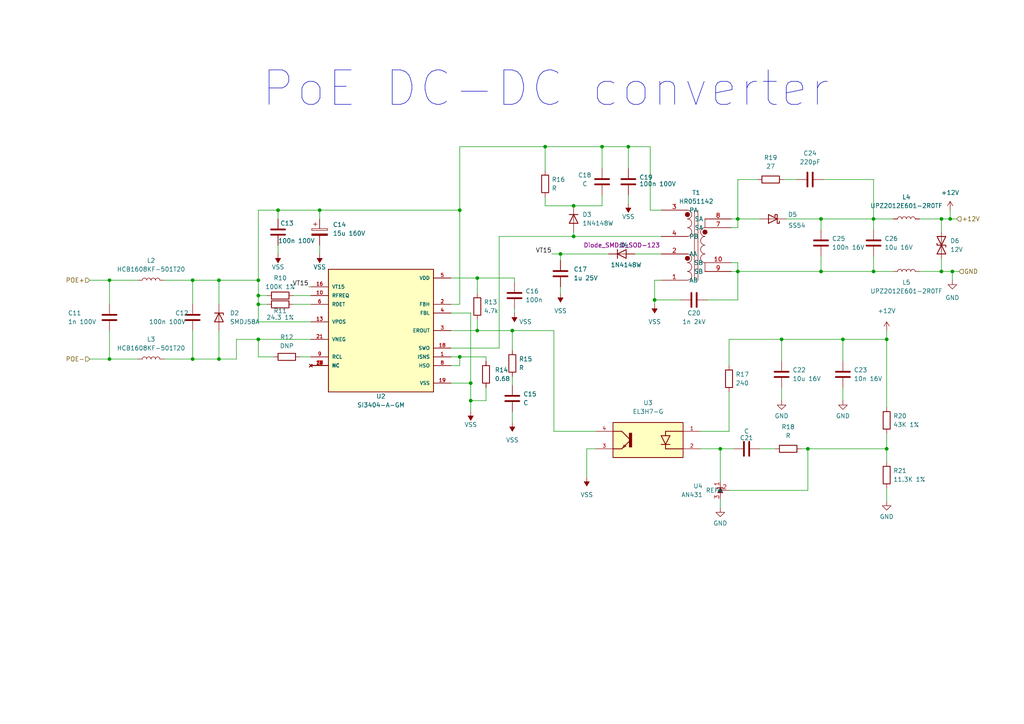
<source format=kicad_sch>
(kicad_sch (version 20211123) (generator eeschema)
  (paper "A4")
  (lib_symbols
    (symbol "AN431:AN431"
      (property "Reference" "U" (at 0 -3.81 0))
      (property "Value" "AN431" (at 0 -6.35 0))
      (symbol "AN431_0_1"
        (polyline (pts (xy -1.27 0) (xy 0 0) (xy 1.27 0)))
        (polyline (pts (xy -0.762 0.762) (xy 0.762 0) (xy -0.762 -0.762)) (fill (type outline)))
        (polyline (pts (xy 0.508 -1.016) (xy 0.762 -0.762) (xy 0.762 0.762) (xy 0.762 0.762)) (stroke (width 0.254)))
      )
      (symbol "AN431_1_1"
        (pin passive line (at 2.54 0 180) (length 1.27) (name "K") (number "1"))
        (pin passive line (at 0 2.54 270) (length 2.54) (name "REF") (number "2"))
        (pin passive line (at -2.54 0 0) (length 1.27) (name "A") (number "3"))
      )
    )
    (symbol "Device:C" (pin_numbers hide) (pin_names (offset 0.254))
      (property "Reference" "C" (at 0.635 2.54 0))
      (property "Value" "C" (at 0.635 -2.54 0))
      (symbol "C_0_1"
        (polyline (pts (xy -2.032 -0.762) (xy 2.032 -0.762)) (stroke (width 0.508)))
        (polyline (pts (xy -2.032 0.762) (xy 2.032 0.762)) (stroke (width 0.508)))
      )
      (symbol "C_1_1"
        (pin passive line (at 0 3.81 270) (length 2.794) (name "~") (number "1"))
        (pin passive line (at 0 -3.81 90) (length 2.794) (name "~") (number "2"))
      )
    )
    (symbol "Device:C_Polarized" (pin_numbers hide) (pin_names (offset 0.254))
      (property "Reference" "C" (at 0.635 2.54 0))
      (property "Value" "C_Polarized" (at 0.635 -2.54 0))
      (symbol "C_Polarized_0_1"
        (rectangle (start -2.286 0.508) (end 2.286 1.016))
        (polyline (pts (xy -1.778 2.286) (xy -0.762 2.286)))
        (polyline (pts (xy -1.27 2.794) (xy -1.27 1.778)))
        (rectangle (start 2.286 -0.508) (end -2.286 -1.016) (fill (type outline)))
      )
      (symbol "C_Polarized_1_1"
        (pin passive line (at 0 3.81 270) (length 2.794) (name "~") (number "1"))
        (pin passive line (at 0 -3.81 90) (length 2.794) (name "~") (number "2"))
      )
    )
    (symbol "Device:D" (pin_numbers hide) (pin_names (offset 1.016) hide)
      (property "Reference" "D" (at 0 2.54 0))
      (property "Value" "D" (at 0 -2.54 0))
      (symbol "D_0_1"
        (polyline (pts (xy -1.27 1.27) (xy -1.27 -1.27)) (stroke (width 0.254)))
        (polyline (pts (xy 1.27 0) (xy -1.27 0)))
        (polyline (pts (xy 1.27 1.27) (xy 1.27 -1.27) (xy -1.27 0) (xy 1.27 1.27)) (stroke (width 0.254)))
      )
      (symbol "D_1_1"
        (pin passive line (at -3.81 0 0) (length 2.54) (name "K") (number "1"))
        (pin passive line (at 3.81 0 180) (length 2.54) (name "A") (number "2"))
      )
    )
    (symbol "Device:D_Schottky" (pin_numbers hide) (pin_names (offset 1.016) hide)
      (property "Reference" "D" (at 0 2.54 0))
      (property "Value" "D_Schottky" (at 0 -2.54 0))
      (symbol "D_Schottky_0_1"
        (polyline (pts (xy 1.27 0) (xy -1.27 0)))
        (polyline (pts (xy 1.27 1.27) (xy 1.27 -1.27) (xy -1.27 0) (xy 1.27 1.27)) (stroke (width 0.254)))
        (polyline (pts (xy -1.905 0.635) (xy -1.905 1.27) (xy -1.27 1.27) (xy -1.27 -1.27) (xy -0.635 -1.27) (xy -0.635 -0.635)) (stroke (width 0.254)))
      )
      (symbol "D_Schottky_1_1"
        (pin passive line (at -3.81 0 0) (length 2.54) (name "K") (number "1"))
        (pin passive line (at 3.81 0 180) (length 2.54) (name "A") (number "2"))
      )
    )
    (symbol "Device:D_TVS" (pin_numbers hide) (pin_names (offset 1.016) hide)
      (property "Reference" "D" (at 0 2.54 0))
      (property "Value" "D_TVS" (at 0 -2.54 0))
      (symbol "D_TVS_0_1"
        (polyline (pts (xy 1.27 0) (xy -1.27 0)))
        (polyline (pts (xy 0.508 1.27) (xy 0 1.27) (xy 0 -1.27) (xy -0.508 -1.27)) (stroke (width 0.254)))
        (polyline (pts (xy -2.54 1.27) (xy -2.54 -1.27) (xy 2.54 1.27) (xy 2.54 -1.27) (xy -2.54 1.27)) (stroke (width 0.254)))
      )
      (symbol "D_TVS_1_1"
        (pin passive line (at -3.81 0 0) (length 2.54) (name "A1") (number "1"))
        (pin passive line (at 3.81 0 180) (length 2.54) (name "A2") (number "2"))
      )
    )
    (symbol "Device:D_Zener" (pin_numbers hide) (pin_names (offset 1.016) hide)
      (property "Reference" "D" (at 0 2.54 0))
      (property "Value" "D_Zener" (at 0 -2.54 0))
      (symbol "D_Zener_0_1"
        (polyline (pts (xy 1.27 0) (xy -1.27 0)))
        (polyline (pts (xy -1.27 -1.27) (xy -1.27 1.27) (xy -0.762 1.27)) (stroke (width 0.254)))
        (polyline (pts (xy 1.27 -1.27) (xy 1.27 1.27) (xy -1.27 0) (xy 1.27 -1.27)) (stroke (width 0.254)))
      )
      (symbol "D_Zener_1_1"
        (pin passive line (at -3.81 0 0) (length 2.54) (name "K") (number "1"))
        (pin passive line (at 3.81 0 180) (length 2.54) (name "A") (number "2"))
      )
    )
    (symbol "Device:L" (pin_numbers hide) (pin_names (offset 1.016) hide)
      (property "Reference" "L" (at -1.27 0 90))
      (property "Value" "L" (at 1.905 0 90))
      (symbol "L_0_1"
        (arc (start 0 -2.54) (mid 0.635 -1.905) (end 0 -1.27))
        (arc (start 0 -1.27) (mid 0.635 -0.635) (end 0 0))
        (arc (start 0 0) (mid 0.635 0.635) (end 0 1.27))
        (arc (start 0 1.27) (mid 0.635 1.905) (end 0 2.54))
      )
      (symbol "L_1_1"
        (pin passive line (at 0 3.81 270) (length 1.27) (name "1") (number "1"))
        (pin passive line (at 0 -3.81 90) (length 1.27) (name "2") (number "2"))
      )
    )
    (symbol "Device:R" (pin_numbers hide) (pin_names (offset 0))
      (property "Reference" "R" (at 2.032 0 90))
      (property "Value" "R" (at 0 0 90))
      (symbol "R_0_1"
        (rectangle (start -1.016 -2.54) (end 1.016 2.54) (stroke (width 0.254)))
      )
      (symbol "R_1_1"
        (pin passive line (at 0 3.81 270) (length 1.27) (name "~") (number "1"))
        (pin passive line (at 0 -3.81 90) (length 1.27) (name "~") (number "2"))
      )
    )
    (symbol "EL3H7-G:EL3H7-G" (pin_names (offset 1.016) hide)
      (property "Reference" "U" (at -10.16 5.588 0))
      (property "Value" "EL3H7-G" (at -10.16 -7.62 0))
      (symbol "EL3H7-G_0_0"
        (rectangle (start -10.16 -5.08) (end 10.16 5.08) (stroke (width 0.254)) (fill (type background)))
        (polyline (pts (xy -10.16 -2.54) (xy -5.08 -2.54)) (stroke (width 0.254)))
        (polyline (pts (xy -10.16 2.54) (xy -5.08 2.54)) (stroke (width 0.254)))
        (polyline (pts (xy -6.35 -1.27) (xy -5.08 -1.27)) (stroke (width 0.254)))
        (polyline (pts (xy -6.35 1.27) (xy -5.08 -1.27)) (stroke (width 0.254)))
        (polyline (pts (xy -6.35 1.27) (xy -5.08 1.27)) (stroke (width 0.254)))
        (polyline (pts (xy -5.08 -1.27) (xy -5.08 -2.54)) (stroke (width 0.254)))
        (polyline (pts (xy -5.08 -1.27) (xy -3.81 -1.27)) (stroke (width 0.254)))
        (polyline (pts (xy -5.08 -1.27) (xy -3.81 1.27)) (stroke (width 0.254)))
        (polyline (pts (xy -5.08 1.27) (xy -5.08 2.54)) (stroke (width 0.254)))
        (polyline (pts (xy -5.08 1.27) (xy -3.81 1.27)) (stroke (width 0.254)))
        (polyline (pts (xy 5.08 0) (xy 7.62 -2.54)) (stroke (width 0.254)))
        (polyline (pts (xy 7.62 -2.54) (xy 10.16 -2.54)) (stroke (width 0.254)))
        (polyline (pts (xy 7.62 2.54) (xy 5.08 0)) (stroke (width 0.254)))
        (polyline (pts (xy 7.62 2.54) (xy 10.16 2.54)) (stroke (width 0.254)))
        (polyline (pts (xy 6.985 -1.397) (xy 7.366 -2.286) (xy 6.35 -1.778) (xy 6.985 -1.397)) (stroke (width 0.1524)) (fill (type background)))
        (rectangle (start 4.699 -2.032) (end 5.461 2.032) (fill (type outline)))
        (pin passive line (at -15.24 2.54 0) (length 5.08) (name "~") (number "1"))
        (pin passive line (at -15.24 -2.54 0) (length 5.08) (name "~") (number "2"))
        (pin passive line (at 15.24 -2.54 180) (length 5.08) (name "~") (number "3"))
        (pin passive line (at 15.24 2.54 180) (length 5.08) (name "~") (number "4"))
      )
    )
    (symbol "HR051142:HR051142"
      (property "Reference" "T" (at 0 12.7 0))
      (property "Value" "HR051142" (at 0 -13.97 0))
      (symbol "HR051142_0_1"
        (arc (start -2.54 -10.1346) (mid -1.6599 -9.7701) (end -1.2954 -8.89))
        (arc (start -2.54 -7.5946) (mid -1.6599 -7.2301) (end -1.2954 -6.35))
        (arc (start -2.54 -5.0546) (mid -1.6599 -4.6901) (end -1.2954 -3.81))
        (circle (center -2.54 -3.81) (radius 0.635) (fill (type outline)))
        (arc (start -2.54 2.5654) (mid -1.6599 2.9299) (end -1.2954 3.81))
        (arc (start -2.54 5.1054) (mid -1.6599 5.4699) (end -1.2954 6.35))
        (arc (start -2.54 7.6454) (mid -1.6599 8.0099) (end -1.2954 8.89))
        (circle (center -2.54 8.89) (radius 0.635) (fill (type outline)))
        (arc (start -1.2954 -8.89) (mid -1.6457 -7.9883) (end -2.54 -7.62))
        (arc (start -1.2954 -6.35) (mid -1.6457 -5.4483) (end -2.54 -5.08))
        (arc (start -1.2954 -3.81) (mid -1.6457 -2.9083) (end -2.54 -2.54))
        (arc (start -1.2954 3.81) (mid -1.6457 4.7117) (end -2.54 5.08))
        (arc (start -1.2954 6.35) (mid -1.6457 7.2517) (end -2.54 7.62))
        (arc (start -1.2954 8.89) (mid -1.6457 9.7917) (end -2.54 10.16))
        (polyline (pts (xy -0.508 10.16) (xy -0.508 -10.16)))
        (polyline (pts (xy 0.508 -10.16) (xy 0.508 10.16)))
        (polyline (pts (xy 2.54 -7.62) (xy 2.54 -5.08)))
        (polyline (pts (xy 2.54 5.08) (xy 2.54 7.62)))
        (arc (start 1.27 -3.81) (mid 1.656 -4.6864) (end 2.54 -5.0546))
        (arc (start 1.27 -1.27) (mid 1.656 -2.1464) (end 2.54 -2.5146))
        (arc (start 1.27 1.27) (mid 1.656 0.3936) (end 2.54 0.0254))
        (arc (start 1.27 3.81) (mid 1.656 2.9336) (end 2.54 2.5654))
        (arc (start 2.54 -2.54) (mid 1.642 -2.912) (end 1.27 -3.81))
        (arc (start 2.54 0) (mid 1.642 -0.372) (end 1.27 -1.27))
        (arc (start 2.54 2.54) (mid 1.642 2.168) (end 1.27 1.27))
        (circle (center 2.54 3.81) (radius 0.635) (fill (type outline)))
        (arc (start 2.54 5.08) (mid 1.642 4.708) (end 1.27 3.81))
      )
      (symbol "HR051142_1_1"
        (pin passive line (at -10.16 -10.16 0) (length 7.62) (name "AB") (number "1"))
        (pin passive line (at 10.16 -5.08 180) (length 7.62) (name "SB") (number "10"))
        (pin passive line (at -10.16 -2.54 0) (length 7.62) (name "AA") (number "2"))
        (pin passive line (at -10.16 10.16 0) (length 7.62) (name "PA") (number "3"))
        (pin passive line (at -10.16 2.54 0) (length 7.62) (name "PB") (number "4"))
        (pin passive line (at 10.16 5.08 180) (length 7.62) (name "SA") (number "7"))
        (pin passive line (at 10.16 7.62 180) (length 7.62) (name "SA") (number "8"))
        (pin passive line (at 10.16 -7.62 180) (length 7.62) (name "SB") (number "9"))
      )
    )
    (symbol "SI3404-A-GM:SI3404-A-GM" (pin_names (offset 1.016))
      (property "Reference" "U" (at -15.24 18.542 0))
      (property "Value" "SI3404-A-GM" (at -15.24 -20.32 0))
      (symbol "SI3404-A-GM_0_0"
        (rectangle (start -15.24 -17.78) (end 15.24 17.78) (stroke (width 0.254)) (fill (type background)))
        (pin input line (at 20.32 -7.62 180) (length 5.08) (name "ISNS") (number "1"))
        (pin bidirectional line (at -20.32 10.16 0) (length 5.08) (name "RFREQ") (number "10"))
        (pin no_connect line (at -20.32 -10.16 0) (length 5.08) (name "NC") (number "11"))
        (pin no_connect line (at -20.32 -10.16 0) (length 5.08) (name "NC") (number "12"))
        (pin bidirectional line (at -20.32 2.54 0) (length 5.08) (name "VPOS") (number "13"))
        (pin no_connect line (at -20.32 -10.16 0) (length 5.08) (name "NC") (number "14"))
        (pin no_connect line (at -20.32 -10.16 0) (length 5.08) (name "NC") (number "15"))
        (pin input line (at -20.32 12.7 0) (length 5.08) (name "VT15") (number "16"))
        (pin no_connect line (at -20.32 -10.16 0) (length 5.08) (name "NC") (number "17"))
        (pin output line (at 20.32 -5.08 180) (length 5.08) (name "SWO") (number "18"))
        (pin power_in line (at 20.32 -15.24 180) (length 5.08) (name "VSS") (number "19"))
        (pin input line (at 20.32 7.62 180) (length 5.08) (name "FBH") (number "2"))
        (pin no_connect line (at -20.32 -10.16 0) (length 5.08) (name "NC") (number "20"))
        (pin bidirectional line (at -20.32 -2.54 0) (length 5.08) (name "VNEG") (number "21"))
        (pin bidirectional line (at 20.32 0 180) (length 5.08) (name "EROUT") (number "3"))
        (pin input line (at 20.32 5.08 180) (length 5.08) (name "FBL") (number "4"))
        (pin power_in line (at 20.32 15.24 180) (length 5.08) (name "VDD") (number "5"))
        (pin bidirectional line (at -20.32 7.62 0) (length 5.08) (name "RDET") (number "6"))
        (pin no_connect line (at -20.32 -10.16 0) (length 5.08) (name "NC") (number "7"))
        (pin bidirectional line (at 20.32 -10.16 180) (length 5.08) (name "HSO") (number "8"))
        (pin bidirectional line (at -20.32 -7.62 0) (length 5.08) (name "RCL") (number "9"))
      )
    )
    (symbol "power:+12V" (power) (pin_names (offset 0))
      (property "Value" "+12V" (at 0 3.556 0))
      (symbol "+12V_0_1"
        (polyline (pts (xy -0.762 1.27) (xy 0 2.54)))
        (polyline (pts (xy 0 0) (xy 0 2.54)))
        (polyline (pts (xy 0 2.54) (xy 0.762 1.27)))
      )
      (symbol "+12V_1_1"
        (pin power_in line (at 0 0 90) (length 0) hide (name "+12V") (number "1"))
      )
    )
    (symbol "power:GND" (power) (pin_names (offset 0))
      (property "Value" "GND" (at 0 -3.81 0))
      (symbol "GND_0_1"
        (polyline (pts (xy 0 0) (xy 0 -1.27) (xy 1.27 -1.27) (xy 0 -2.54) (xy -1.27 -1.27) (xy 0 -1.27)))
      )
      (symbol "GND_1_1"
        (pin power_in line (at 0 0 270) (length 0) hide (name "GND") (number "1"))
      )
    )
    (symbol "power:VSS" (power) (pin_names (offset 0))
      (property "Value" "VSS" (at 0 3.81 0))
      (symbol "VSS_0_1"
        (polyline (pts (xy 0 0) (xy 0 2.54)))
        (polyline (pts (xy 0.762 1.27) (xy -0.762 1.27) (xy 0 2.54) (xy 0.762 1.27)) (fill (type outline)))
      )
      (symbol "VSS_1_1"
        (pin power_in line (at 0 0 90) (length 0) hide (name "VSS") (number "1"))
      )
    )
  )
  (junction (at 92.71 60.96))
  (junction (at 133.35 60.96))
  (junction (at 31.75 104.14))
  (junction (at 213.995 63.5))
  (junction (at 133.35 103.505))
  (junction (at 74.93 85.725))
  (junction (at 80.645 60.96))
  (junction (at 74.93 81.28))
  (junction (at 253.365 78.74))
  (junction (at 166.37 59.69))
  (junction (at 138.43 95.885))
  (junction (at 213.995 78.74))
  (junction (at 276.225 78.74))
  (junction (at 275.59 63.5))
  (junction (at 74.93 88.265))
  (junction (at 31.75 81.28))
  (junction (at 238.125 78.74))
  (junction (at 189.865 86.995))
  (junction (at 158.115 42.545))
  (junction (at 166.37 68.58))
  (junction (at 138.43 80.645))
  (junction (at 273.05 63.5))
  (junction (at 244.475 98.425))
  (junction (at 234.315 130.175))
  (junction (at 63.5 104.14))
  (junction (at 162.56 73.66))
  (junction (at 257.175 98.425))
  (junction (at 253.365 63.5))
  (junction (at 136.525 111.125))
  (junction (at 208.915 130.175))
  (junction (at 136.525 116.205))
  (junction (at 238.125 63.5))
  (junction (at 174.625 42.545))
  (junction (at 257.175 130.175))
  (junction (at 63.5 81.28))
  (junction (at 55.88 104.14))
  (junction (at 74.93 98.425))
  (junction (at 182.245 42.545))
  (junction (at 226.695 98.425))
  (junction (at 148.59 95.885))
  (junction (at 55.88 81.28))
  (junction (at 273.05 78.74))
  (wire (pts (xy 188.595 42.545) (xy 188.595 60.96)))
  (wire (pts (xy 74.93 60.96) (xy 80.645 60.96)))
  (wire (pts (xy 182.245 42.545) (xy 188.595 42.545)))
  (wire (pts (xy 138.43 80.645) (xy 130.81 80.645)))
  (wire (pts (xy 92.71 71.12) (xy 92.71 73.66)))
  (wire (pts (xy 133.35 60.96) (xy 133.35 42.545)))
  (wire (pts (xy 89.535 83.185) (xy 90.17 83.185)))
  (wire (pts (xy 162.56 73.66) (xy 176.53 73.66)))
  (wire (pts (xy 275.59 63.5) (xy 277.495 63.5)))
  (wire (pts (xy 213.995 86.995) (xy 213.995 78.74)))
  (wire (pts (xy 244.475 98.425) (xy 257.175 98.425)))
  (wire (pts (xy 213.995 76.2) (xy 213.995 78.74)))
  (wire (pts (xy 238.125 63.5) (xy 253.365 63.5)))
  (wire (pts (xy 213.995 78.74) (xy 238.125 78.74)))
  (wire (pts (xy 174.625 42.545) (xy 174.625 48.895)))
  (wire (pts (xy 213.995 63.5) (xy 220.345 63.5)))
  (wire (pts (xy 80.645 60.96) (xy 92.71 60.96)))
  (wire (pts (xy 244.475 112.395) (xy 244.475 116.205)))
  (wire (pts (xy 31.75 81.28) (xy 40.005 81.28)))
  (wire (pts (xy 226.695 112.395) (xy 226.695 116.205)))
  (wire (pts (xy 138.43 80.645) (xy 149.225 80.645)))
  (wire (pts (xy 257.175 141.605) (xy 257.175 145.415)))
  (wire (pts (xy 266.7 63.5) (xy 273.05 63.5)))
  (wire (pts (xy 174.625 42.545) (xy 182.245 42.545)))
  (wire (pts (xy 273.05 63.5) (xy 273.05 67.31)))
  (wire (pts (xy 238.125 66.675) (xy 238.125 63.5)))
  (wire (pts (xy 148.59 95.885) (xy 148.59 101.6)))
  (wire (pts (xy 238.76 52.07) (xy 253.365 52.07)))
  (wire (pts (xy 92.71 60.96) (xy 92.71 63.5)))
  (wire (pts (xy 47.625 104.14) (xy 55.88 104.14)))
  (wire (pts (xy 136.525 90.805) (xy 130.81 90.805)))
  (wire (pts (xy 68.58 98.425) (xy 74.93 98.425)))
  (wire (pts (xy 68.58 104.14) (xy 68.58 98.425)))
  (wire (pts (xy 138.43 85.09) (xy 138.43 80.645)))
  (wire (pts (xy 138.43 95.885) (xy 148.59 95.885)))
  (wire (pts (xy 133.35 103.505) (xy 140.97 103.505)))
  (wire (pts (xy 160.655 125.095) (xy 160.655 95.885)))
  (wire (pts (xy 140.97 112.395) (xy 140.97 116.205)))
  (wire (pts (xy 136.525 116.205) (xy 136.525 111.125)))
  (wire (pts (xy 74.93 93.345) (xy 90.17 93.345)))
  (wire (pts (xy 213.995 52.07) (xy 219.71 52.07)))
  (wire (pts (xy 211.455 142.24) (xy 234.315 142.24)))
  (wire (pts (xy 253.365 63.5) (xy 253.365 66.675)))
  (wire (pts (xy 55.88 81.28) (xy 55.88 88.265)))
  (wire (pts (xy 189.865 86.995) (xy 189.865 81.28)))
  (wire (pts (xy 144.78 68.58) (xy 166.37 68.58)))
  (wire (pts (xy 166.37 59.69) (xy 158.115 59.69)))
  (wire (pts (xy 31.75 95.885) (xy 31.75 104.14)))
  (wire (pts (xy 203.2 130.175) (xy 208.915 130.175)))
  (wire (pts (xy 85.09 88.265) (xy 90.17 88.265)))
  (wire (pts (xy 170.18 138.43) (xy 170.18 130.175)))
  (wire (pts (xy 74.93 88.265) (xy 74.93 93.345)))
  (wire (pts (xy 226.695 98.425) (xy 244.475 98.425)))
  (wire (pts (xy 266.7 78.74) (xy 273.05 78.74)))
  (wire (pts (xy 133.35 42.545) (xy 158.115 42.545)))
  (wire (pts (xy 47.625 81.28) (xy 55.88 81.28)))
  (wire (pts (xy 133.35 103.505) (xy 130.81 103.505)))
  (wire (pts (xy 211.455 106.045) (xy 211.455 98.425)))
  (wire (pts (xy 55.88 81.28) (xy 63.5 81.28)))
  (wire (pts (xy 136.525 111.125) (xy 136.525 90.805)))
  (wire (pts (xy 74.93 103.505) (xy 74.93 98.425)))
  (wire (pts (xy 74.93 85.725) (xy 74.93 88.265)))
  (wire (pts (xy 140.97 116.205) (xy 136.525 116.205)))
  (wire (pts (xy 182.245 42.545) (xy 182.245 48.895)))
  (wire (pts (xy 205.105 86.995) (xy 213.995 86.995)))
  (wire (pts (xy 130.81 95.885) (xy 138.43 95.885)))
  (wire (pts (xy 158.115 42.545) (xy 174.625 42.545)))
  (wire (pts (xy 63.5 81.28) (xy 63.5 88.265)))
  (wire (pts (xy 166.37 59.69) (xy 174.625 59.69)))
  (wire (pts (xy 253.365 63.5) (xy 259.08 63.5)))
  (wire (pts (xy 148.59 119.38) (xy 148.59 122.555)))
  (wire (pts (xy 275.59 63.5) (xy 275.59 60.96)))
  (wire (pts (xy 220.345 130.175) (xy 224.79 130.175)))
  (wire (pts (xy 257.175 95.885) (xy 257.175 98.425)))
  (wire (pts (xy 234.315 142.24) (xy 234.315 130.175)))
  (wire (pts (xy 140.97 103.505) (xy 140.97 104.775)))
  (wire (pts (xy 170.18 130.175) (xy 172.72 130.175)))
  (wire (pts (xy 63.5 81.28) (xy 74.93 81.28)))
  (wire (pts (xy 234.315 130.175) (xy 257.175 130.175)))
  (wire (pts (xy 74.93 85.725) (xy 77.47 85.725)))
  (wire (pts (xy 138.43 92.71) (xy 138.43 95.885)))
  (wire (pts (xy 211.455 98.425) (xy 226.695 98.425)))
  (wire (pts (xy 133.35 60.96) (xy 133.35 88.265)))
  (wire (pts (xy 158.115 42.545) (xy 158.115 49.53)))
  (wire (pts (xy 80.645 60.96) (xy 80.645 63.5)))
  (wire (pts (xy 55.88 104.14) (xy 63.5 104.14)))
  (wire (pts (xy 273.05 63.5) (xy 275.59 63.5)))
  (wire (pts (xy 212.09 78.74) (xy 213.995 78.74)))
  (wire (pts (xy 253.365 74.295) (xy 253.365 78.74)))
  (wire (pts (xy 130.81 106.045) (xy 133.35 106.045)))
  (wire (pts (xy 26.035 104.14) (xy 31.75 104.14)))
  (wire (pts (xy 273.05 74.93) (xy 273.05 78.74)))
  (wire (pts (xy 276.225 78.74) (xy 276.225 81.28)))
  (wire (pts (xy 227.33 52.07) (xy 231.14 52.07)))
  (wire (pts (xy 253.365 78.74) (xy 259.08 78.74)))
  (wire (pts (xy 74.93 60.96) (xy 74.93 81.28)))
  (wire (pts (xy 212.09 76.2) (xy 213.995 76.2)))
  (wire (pts (xy 133.35 106.045) (xy 133.35 103.505)))
  (wire (pts (xy 257.175 98.425) (xy 257.175 118.11)))
  (wire (pts (xy 149.225 89.535) (xy 149.225 90.805)))
  (wire (pts (xy 276.225 78.74) (xy 278.13 78.74)))
  (wire (pts (xy 31.75 81.28) (xy 31.75 88.265)))
  (wire (pts (xy 160.02 73.66) (xy 162.56 73.66)))
  (wire (pts (xy 86.995 103.505) (xy 90.17 103.505)))
  (wire (pts (xy 189.865 88.265) (xy 189.865 86.995)))
  (wire (pts (xy 158.115 59.69) (xy 158.115 57.15)))
  (wire (pts (xy 188.595 60.96) (xy 191.77 60.96)))
  (wire (pts (xy 208.915 144.78) (xy 208.915 147.32)))
  (wire (pts (xy 130.81 100.965) (xy 144.78 100.965)))
  (wire (pts (xy 238.125 74.295) (xy 238.125 78.74)))
  (wire (pts (xy 63.5 95.885) (xy 63.5 104.14)))
  (wire (pts (xy 160.655 95.885) (xy 148.59 95.885)))
  (wire (pts (xy 212.09 63.5) (xy 213.995 63.5)))
  (wire (pts (xy 182.245 56.515) (xy 182.245 59.055)))
  (wire (pts (xy 213.995 63.5) (xy 213.995 52.07)))
  (wire (pts (xy 85.09 85.725) (xy 90.17 85.725)))
  (wire (pts (xy 257.175 130.175) (xy 257.175 125.73)))
  (wire (pts (xy 130.81 111.125) (xy 136.525 111.125)))
  (wire (pts (xy 184.15 73.66) (xy 191.77 73.66)))
  (wire (pts (xy 232.41 130.175) (xy 234.315 130.175)))
  (wire (pts (xy 55.88 95.885) (xy 55.88 104.14)))
  (wire (pts (xy 63.5 104.14) (xy 68.58 104.14)))
  (wire (pts (xy 238.125 63.5) (xy 227.965 63.5)))
  (wire (pts (xy 74.93 98.425) (xy 90.17 98.425)))
  (wire (pts (xy 130.81 88.265) (xy 133.35 88.265)))
  (wire (pts (xy 166.37 68.58) (xy 191.77 68.58)))
  (wire (pts (xy 92.71 60.96) (xy 133.35 60.96)))
  (wire (pts (xy 144.78 68.58) (xy 144.78 100.965)))
  (wire (pts (xy 257.175 130.175) (xy 257.175 133.985)))
  (wire (pts (xy 74.93 81.28) (xy 74.93 85.725)))
  (wire (pts (xy 273.05 78.74) (xy 276.225 78.74)))
  (wire (pts (xy 211.455 113.665) (xy 211.455 125.095)))
  (wire (pts (xy 31.75 104.14) (xy 40.005 104.14)))
  (wire (pts (xy 166.37 67.31) (xy 166.37 68.58)))
  (wire (pts (xy 208.915 130.175) (xy 212.725 130.175)))
  (wire (pts (xy 149.225 80.645) (xy 149.225 81.915)))
  (wire (pts (xy 213.995 66.04) (xy 213.995 63.5)))
  (wire (pts (xy 253.365 52.07) (xy 253.365 63.5)))
  (wire (pts (xy 136.525 119.38) (xy 136.525 116.205)))
  (wire (pts (xy 162.56 83.185) (xy 162.56 85.09)))
  (wire (pts (xy 189.865 86.995) (xy 197.485 86.995)))
  (wire (pts (xy 226.695 98.425) (xy 226.695 104.775)))
  (wire (pts (xy 189.865 81.28) (xy 191.77 81.28)))
  (wire (pts (xy 74.93 88.265) (xy 77.47 88.265)))
  (wire (pts (xy 212.09 66.04) (xy 213.995 66.04)))
  (wire (pts (xy 211.455 125.095) (xy 203.2 125.095)))
  (wire (pts (xy 244.475 98.425) (xy 244.475 104.775)))
  (wire (pts (xy 253.365 78.74) (xy 238.125 78.74)))
  (wire (pts (xy 148.59 109.22) (xy 148.59 111.76)))
  (wire (pts (xy 162.56 73.66) (xy 162.56 75.565)))
  (wire (pts (xy 174.625 59.69) (xy 174.625 56.515)))
  (wire (pts (xy 26.035 81.28) (xy 31.75 81.28)))
  (wire (pts (xy 208.915 139.7) (xy 208.915 130.175)))
  (wire (pts (xy 160.655 125.095) (xy 172.72 125.095)))
  (wire (pts (xy 79.375 103.505) (xy 74.93 103.505)))
  (wire (pts (xy 80.645 71.12) (xy 80.645 73.66)))
  (text "PoE DC-DC converter" (at 75.565 31.75 0) (effects (font (size 10 10)) (justify left bottom)))
  (label "VT15" (at 160.02 73.66 180))
  (label "VT15" (at 89.535 83.185 180))
  (hierarchical_label "+12V" (shape input) (at 277.495 63.5 0))
  (hierarchical_label "POE+" (shape input) (at 26.035 81.28 180))
  (hierarchical_label "POE-" (shape input) (at 26.035 104.14 180))
  (hierarchical_label "GND" (shape input) (at 278.13 78.74 0))
  (symbol (lib_id "Device:C") (at 253.365 70.485 0) (unit 1)
    (property "Reference" "C26" (at 256.54 69.2149 0) (effects (justify left)))
    (property "Value" "10u 16V" (at 256.54 71.7549 0) (effects (justify left)))
    (property "Footprint" "Capacitor_SMD:C_0603_1608Metric_Pad1.08x0.95mm_HandSolder" (effects hide))
    (property "LCSC" "C92487" (effects hide))
  )
  (symbol (lib_id "Device:C") (at 149.225 85.725 0) (unit 1)
    (property "Reference" "C16" (at 152.4 84.4549 0) (effects (justify left)))
    (property "Value" "100n" (at 152.4 86.9949 0) (effects (justify left)))
    (property "Footprint" "Capacitor_SMD:C_0603_1608Metric_Pad1.08x0.95mm_HandSolder" (effects hide))
    (property "LCSC" "C282519" (effects hide))
  )
  (symbol (lib_id "Device:L") (at 43.815 81.28 90) (unit 1)
    (property "Reference" "L2" (at 43.815 75.565 90))
    (property "Value" "HCB1608KF-501T20" (at 43.815 78.105 90))
    (property "Footprint" "Inductor_SMD:L_0603_1608Metric" (effects hide))
    (property "Datasheet" "https://datasheet.lcsc.com/lcsc/2009171138_TAI-TECH-HCB1608KF-501T20_C356979.pdf" (effects hide))
    (property "LCSC" "C356979" (effects hide))
  )
  (symbol (lib_id "power:GND") (at 208.915 147.32 0) (unit 1)
    (property "Reference" "#PWR030" (effects hide))
    (property "Value" "GND" (at 208.915 151.765 0))
  )
  (symbol (lib_id "power:GND") (at 244.475 116.205 0) (unit 1)
    (property "Reference" "#PWR032" (effects hide))
    (property "Value" "GND" (at 244.475 120.65 0))
  )
  (symbol (lib_id "power:VSS") (at 80.645 73.66 180) (unit 1)
    (property "Reference" "#PWR021" (effects hide))
    (property "Value" "VSS" (at 80.645 77.47 0))
  )
  (symbol (lib_id "Device:C") (at 162.56 79.375 0) (unit 1)
    (property "Reference" "C17" (at 166.37 78.1049 0) (effects (justify left)))
    (property "Value" "1u 25V" (at 166.37 80.6449 0) (effects (justify left)))
    (property "Footprint" "Capacitor_SMD:C_0603_1608Metric_Pad1.08x0.95mm_HandSolder" (effects hide))
    (property "LCSC" "C5673" (effects hide))
  )
  (symbol (lib_id "Device:C") (at 226.695 108.585 0) (unit 1)
    (property "Reference" "C22" (at 229.87 107.3149 0) (effects (justify left)))
    (property "Value" "10u 16V" (at 229.87 109.8549 0) (effects (justify left)))
    (property "Footprint" "Capacitor_SMD:C_0603_1608Metric_Pad1.08x0.95mm_HandSolder" (effects hide))
    (property "LCSC" "C92487" (effects hide))
  )
  (symbol (lib_id "Device:D_Schottky") (at 224.155 63.5 180) (unit 1)
    (property "Reference" "D5" (at 229.87 62.23 0))
    (property "Value" "SS54" (at 231.14 65.405 0))
    (property "Footprint" "Diode_SMD:D_SMA_Handsoldering" (effects hide))
    (property "Datasheet" "https://datasheet.lcsc.com/lcsc/2004140934_Slkor-SLKORMICRO-Elec--SS54_C513478.pdf" (effects hide))
    (property "LCSC" "C513478" (effects hide))
  )
  (symbol (lib_id "Device:L") (at 262.89 63.5 90) (unit 1)
    (property "Reference" "L4" (at 262.89 57.15 90))
    (property "Value" "UPZ2012E601-2R0TF" (at 262.89 59.69 90))
    (property "Footprint" "Inductor_SMD:L_0805_2012Metric_Pad1.15x1.40mm_HandSolder" (effects hide))
    (property "Datasheet" "https://datasheet.lcsc.com/lcsc/2110091730_Sunlord-UPZ2012E601-2R0TF_C98308.pdf" (effects hide))
    (property "LCSC" "C98308" (effects hide))
  )
  (symbol (lib_id "Device:C_Polarized") (at 92.71 67.31 0) (unit 1)
    (property "Reference" "C14" (at 96.52 65.1509 0) (effects (justify left)))
    (property "Value" "15u 160V" (at 96.52 67.6909 0) (effects (justify left)))
    (property "Footprint" "Capacitor_SMD:CP_Elec_10x10.5" (effects hide))
    (property "LCSC" "C98557" (effects hide))
  )
  (symbol (lib_id "Device:C") (at 31.75 92.075 0) (unit 1)
    (property "Reference" "C11" (at 19.685 90.805 0) (effects (justify left)))
    (property "Value" "1n 100V" (at 19.685 93.345 0) (effects (justify left)))
    (property "Footprint" "Capacitor_SMD:C_0603_1608Metric_Pad1.08x0.95mm_HandSolder" (effects hide))
    (property "LCSC" "C282513" (effects hide))
  )
  (symbol (lib_id "Device:D") (at 166.37 63.5 270) (unit 1)
    (property "Reference" "D3" (at 168.91 62.2299 90) (effects (justify left)))
    (property "Value" "1N4148W" (at 168.91 64.7699 90) (effects (justify left)))
    (property "Footprint" "Diode_SMD:D_SOD-123" (effects hide))
    (property "Datasheet" "https://datasheet.lcsc.com/lcsc/1912111437_Slkor-SLKORMICRO-Elec--1N4148W_C444720.pdf" (effects hide))
    (property "LCSC" "C444720" (effects hide))
  )
  (symbol (lib_id "power:+12V") (at 257.175 95.885 0) (unit 1)
    (property "Reference" "#PWR033" (effects hide))
    (property "Value" "+12V" (at 257.175 90.17 0))
  )
  (symbol (lib_id "power:VSS") (at 162.56 85.09 180) (unit 1)
    (property "Reference" "#PWR026" (effects hide))
    (property "Value" "VSS" (at 162.56 90.17 0))
  )
  (symbol (lib_id "Device:C") (at 55.88 92.075 0) (unit 1)
    (property "Reference" "C12" (at 50.8 90.805 0) (effects (justify left)))
    (property "Value" "100n 100V" (at 43.18 93.345 0) (effects (justify left)))
    (property "Footprint" "Capacitor_SMD:C_0603_1608Metric_Pad1.08x0.95mm_HandSolder" (effects hide))
    (property "LCSC" "C696916" (effects hide))
  )
  (symbol (lib_id "EL3H7-G:EL3H7-G") (at 187.96 127.635 0) (mirror y) (unit 1)
    (property "Reference" "U3" (at 187.96 116.84 0))
    (property "Value" "EL3H7-G" (at 187.96 119.38 0))
    (property "Footprint" "project specific:SOIC127P700X200-4N" (effects hide))
    (property "Datasheet" "https://datasheet.lcsc.com/lcsc/1811091923_Everlight-Elec-EL3H7-C-TA-G_C92243.pdf" (effects hide))
    (property "STANDARD" "Manufacturer Recommendations" (effects hide))
    (property "MANUFACTURER" "EVERLIGHT" (effects hide))
    (property "MAXIMUM_PACKAGE_HEIGHT" "2 mm" (effects hide))
    (property "PARTREV" "7" (effects hide))
    (property "LCSC" "C92243" (effects hide))
  )
  (symbol (lib_id "power:VSS") (at 149.225 90.805 180) (unit 1)
    (property "Reference" "#PWR025" (effects hide))
    (property "Value" "VSS" (at 152.4 93.345 0))
  )
  (symbol (lib_id "SI3404-A-GM:SI3404-A-GM") (at 110.49 95.885 0) (unit 1)
    (property "Reference" "U2" (at 110.49 114.935 0))
    (property "Value" "SI3404-A-GM" (at 110.49 117.475 0))
    (property "Footprint" "project specific:QFN50P400X400X90-21N" (effects hide))
    (property "Datasheet" "https://datasheet.lcsc.com/lcsc/2108241830_SILICON-LABS-SI3404-A-GMR_C461934.pdf" (effects hide))
    (property "ENOM" "0.5" (effects hide))
    (property "D_MAX" "4.1" (effects hide))
    (property "E_MIN" "3.9" (effects hide))
    (property "E_MAX" "4.1" (effects hide))
    (property "B_NOM" "0.24" (effects hide))
    (property "B_MAX" "0.3" (effects hide))
    (property "PARTREV" "1.0" (effects hide))
    (property "SNAPEDA_PACKAGE_ID" "59722" (effects hide))
    (property "E2_NOM" "2.6" (effects hide))
    (property "STANDARD" "IPC 7351B" (effects hide))
    (property "PIN_COUNT_E" "5.0" (effects hide))
    (property "PIN_COUNT_D" "5.0" (effects hide))
    (property "D2_NOM" "2.6" (effects hide))
    (property "L_NOM" "0.4" (effects hide))
    (property "L_MIN" "0.3" (effects hide))
    (property "B_MIN" "0.18" (effects hide))
    (property "A_MAX" "0.9" (effects hide))
    (property "L_MAX" "0.5" (effects hide))
    (property "D_NOM" "4.0" (effects hide))
    (property "E_NOM" "4.0" (effects hide))
    (property "D_MIN" "3.9" (effects hide))
    (property "MANUFACTURER" "Silicon Labs" (effects hide))
    (property "LCSC" "C461934" (effects hide))
  )
  (symbol (lib_id "Device:R") (at 81.28 88.265 90) (unit 1)
    (property "Reference" "R11" (at 81.28 90.17 90))
    (property "Value" "24.3 1%" (at 81.28 92.075 90))
    (property "Footprint" "Resistor_SMD:R_0603_1608Metric_Pad0.98x0.95mm_HandSolder" (effects hide))
    (property "LCSC" "C3016118" (effects hide))
  )
  (symbol (lib_id "Device:C") (at 244.475 108.585 0) (unit 1)
    (property "Reference" "C23" (at 247.65 107.3149 0) (effects (justify left)))
    (property "Value" "10n 16V" (at 247.65 109.8549 0) (effects (justify left)))
    (property "Footprint" "Capacitor_SMD:C_0603_1608Metric_Pad1.08x0.95mm_HandSolder" (effects hide))
    (property "LCSC" "C163173" (effects hide))
  )
  (symbol (lib_id "power:VSS") (at 170.18 138.43 180) (unit 1)
    (property "Reference" "#PWR027" (effects hide))
    (property "Value" "VSS" (at 170.18 143.51 0))
  )
  (symbol (lib_id "Device:C") (at 234.95 52.07 90) (unit 1)
    (property "Reference" "C24" (at 234.95 44.45 90))
    (property "Value" "220pF" (at 234.95 46.99 90))
    (property "Footprint" "Capacitor_SMD:C_0603_1608Metric_Pad1.08x0.95mm_HandSolder" (effects hide))
    (property "LCSC" "C2760542" (effects hide))
  )
  (symbol (lib_id "Device:R") (at 228.6 130.175 90) (unit 1)
    (property "Reference" "R18" (at 228.6 123.825 90))
    (property "Value" "R" (at 228.6 126.365 90))
    (property "Footprint" "Resistor_SMD:R_0603_1608Metric_Pad0.98x0.95mm_HandSolder" (effects hide))
  )
  (symbol (lib_id "Device:R") (at 257.175 121.92 0) (unit 1)
    (property "Reference" "R20" (at 259.08 120.6499 0) (effects (justify left)))
    (property "Value" "43K 1%" (at 259.08 123.1899 0) (effects (justify left)))
    (property "Footprint" "Resistor_SMD:R_0603_1608Metric_Pad0.98x0.95mm_HandSolder" (effects hide))
    (property "Datasheet" "https://datasheet.lcsc.com/lcsc/1811082114_YAGEO-RC0603FR-0743KL_C137719.pdf" (effects hide))
    (property "LCSC" "C137719" (effects hide))
  )
  (symbol (lib_id "power:VSS") (at 182.245 59.055 180) (unit 1)
    (property "Reference" "#PWR028" (effects hide))
    (property "Value" "VSS" (at 182.245 62.865 0))
  )
  (symbol (lib_id "power:VSS") (at 136.525 119.38 180) (unit 1)
    (property "Reference" "#PWR023" (effects hide))
    (property "Value" "VSS" (at 136.525 123.19 0))
  )
  (symbol (lib_id "Device:R") (at 81.28 85.725 90) (unit 1)
    (property "Reference" "R10" (at 81.28 80.645 90))
    (property "Value" "100K 1%" (at 81.28 83.185 90))
    (property "Footprint" "Resistor_SMD:R_0603_1608Metric_Pad0.98x0.95mm_HandSolder" (effects hide))
    (property "LCSC" "C2906980" (effects hide))
  )
  (symbol (lib_id "power:GND") (at 276.225 81.28 0) (unit 1)
    (property "Reference" "#PWR036" (effects hide))
    (property "Value" "GND" (at 276.225 86.36 0))
  )
  (symbol (lib_id "power:+12V") (at 275.59 60.96 0) (unit 1)
    (property "Reference" "#PWR035" (effects hide))
    (property "Value" "+12V" (at 275.59 55.88 0))
  )
  (symbol (lib_id "Device:L") (at 43.815 104.14 90) (unit 1)
    (property "Reference" "L3" (at 43.815 98.425 90))
    (property "Value" "HCB1608KF-501T20" (at 43.815 100.965 90))
    (property "Footprint" "Inductor_SMD:L_0603_1608Metric" (effects hide))
  )
  (symbol (lib_id "Device:C") (at 148.59 115.57 0) (unit 1)
    (property "Reference" "C15" (at 151.765 114.2999 0) (effects (justify left)))
    (property "Value" "C" (at 151.765 116.8399 0) (effects (justify left)))
    (property "Footprint" "Capacitor_SMD:C_0603_1608Metric_Pad1.08x0.95mm_HandSolder" (effects hide))
  )
  (symbol (lib_id "power:GND") (at 226.695 116.205 0) (unit 1)
    (property "Reference" "#PWR031" (effects hide))
    (property "Value" "GND" (at 226.695 120.65 0))
  )
  (symbol (lib_id "Device:D") (at 180.34 73.66 0) (unit 1)
    (property "Reference" "D4" (at 180.975 71.12 0))
    (property "Value" "1N4148W" (at 181.61 76.835 0))
    (property "Footprint" "Diode_SMD:D_SOD-123" (at 180.34 71.12 0))
    (property "Datasheet" "https://datasheet.lcsc.com/lcsc/1809291522_Guangdong-Hottech-1N4148WS_C181133.pdf" (effects hide))
    (property "LCSC" "C181133" (effects hide))
  )
  (symbol (lib_id "Device:C") (at 174.625 52.705 0) (unit 1)
    (property "Reference" "C18" (at 167.64 50.8 0) (effects (justify left)))
    (property "Value" "C" (at 168.91 53.34 0) (effects (justify left)))
    (property "Footprint" "Capacitor_SMD:C_0603_1608Metric_Pad1.08x0.95mm_HandSolder" (effects hide))
  )
  (symbol (lib_id "Device:D_Zener") (at 63.5 92.075 270) (unit 1)
    (property "Reference" "D2" (at 66.675 90.8049 90) (effects (justify left)))
    (property "Value" "SMDJ58A" (at 66.675 93.3449 90) (effects (justify left)))
    (property "Footprint" "Diode_SMD:D_SMB-SMC_Universal_Handsoldering" (effects hide))
    (property "Datasheet" "https://datasheet.lcsc.com/lcsc/2209291730_TWGMC-SMDJ58A_C4154735.pdf" (effects hide))
    (property "LCSC" "C4154735" (effects hide))
  )
  (symbol (lib_id "Device:R") (at 257.175 137.795 0) (unit 1)
    (property "Reference" "R21" (at 259.08 136.5249 0) (effects (justify left)))
    (property "Value" "11.3K 1%" (at 259.08 139.0649 0) (effects (justify left)))
    (property "Footprint" "Resistor_SMD:R_0603_1608Metric_Pad0.98x0.95mm_HandSolder" (effects hide))
    (property "Datasheet" "https://datasheet.lcsc.com/lcsc/1811082124_YAGEO-RC0603FR-0711K3L_C137803.pdf" (effects hide))
    (property "LCSC" "C137803" (effects hide))
  )
  (symbol (lib_id "Device:R") (at 211.455 109.855 0) (unit 1)
    (property "Reference" "R17" (at 213.36 108.5849 0) (effects (justify left)))
    (property "Value" "240" (at 213.36 111.1249 0) (effects (justify left)))
    (property "Footprint" "Resistor_SMD:R_0603_1608Metric_Pad0.98x0.95mm_HandSolder" (effects hide))
    (property "LCSC" "C5140966" (effects hide))
  )
  (symbol (lib_id "Device:R") (at 83.185 103.505 90) (unit 1)
    (property "Reference" "R12" (at 83.185 97.79 90))
    (property "Value" "DNP" (at 83.185 100.33 90))
    (property "Footprint" "Resistor_SMD:R_0603_1608Metric_Pad0.98x0.95mm_HandSolder" (effects hide))
  )
  (symbol (lib_id "Device:R") (at 158.115 53.34 0) (unit 1)
    (property "Reference" "R16" (at 160.02 52.0699 0) (effects (justify left)))
    (property "Value" "R" (at 160.02 54.6099 0) (effects (justify left)))
    (property "Footprint" "Resistor_SMD:R_0603_1608Metric_Pad0.98x0.95mm_HandSolder" (effects hide))
  )
  (symbol (lib_id "Device:D_TVS") (at 273.05 71.12 90) (unit 1)
    (property "Reference" "D6" (at 275.59 69.8499 90) (effects (justify right)))
    (property "Value" "12V" (at 275.59 72.3899 90) (effects (justify right)))
    (property "Footprint" "Diode_SMD:D_SMA-SMB_Universal_Handsoldering" (effects hide))
  )
  (symbol (lib_id "Device:C") (at 80.645 67.31 0) (unit 1)
    (property "Reference" "C13" (at 81.28 64.77 0) (effects (justify left)))
    (property "Value" "100n 100V" (at 80.645 69.85 0) (effects (justify left)))
    (property "Footprint" "Capacitor_SMD:C_0603_1608Metric_Pad1.08x0.95mm_HandSolder" (effects hide))
    (property "LCSC" "C696916" (effects hide))
  )
  (symbol (lib_id "Device:C") (at 238.125 70.485 0) (unit 1)
    (property "Reference" "C25" (at 241.3 69.2149 0) (effects (justify left)))
    (property "Value" "100n 16V" (at 241.3 71.7549 0) (effects (justify left)))
    (property "Footprint" "Capacitor_SMD:C_0603_1608Metric_Pad1.08x0.95mm_HandSolder" (effects hide))
    (property "LCSC" "C696916" (effects hide))
  )
  (symbol (lib_id "Device:R") (at 138.43 88.9 0) (unit 1)
    (property "Reference" "R13" (at 140.335 87.6299 0) (effects (justify left)))
    (property "Value" "4.7k" (at 140.335 90.1699 0) (effects (justify left)))
    (property "Footprint" "Resistor_SMD:R_0603_1608Metric_Pad0.98x0.95mm_HandSolder" (effects hide))
    (property "LCSC" "C2907166" (effects hide))
  )
  (symbol (lib_id "power:VSS") (at 189.865 88.265 180) (unit 1)
    (property "Reference" "#PWR029" (effects hide))
    (property "Value" "VSS" (at 189.865 93.345 0))
  )
  (symbol (lib_id "Device:L") (at 262.89 78.74 90) (unit 1)
    (property "Reference" "L5" (at 262.89 81.915 90))
    (property "Value" "UPZ2012E601-2R0TF" (at 262.89 84.455 90))
    (property "Footprint" "Inductor_SMD:L_0805_2012Metric_Pad1.15x1.40mm_HandSolder" (effects hide))
    (property "Datasheet" "https://datasheet.lcsc.com/lcsc/2110091730_Sunlord-UPZ2012E601-2R0TF_C98308.pdf" (effects hide))
    (property "LCSC" "C98308" (effects hide))
  )
  (symbol (lib_id "power:VSS") (at 148.59 122.555 180) (unit 1)
    (property "Reference" "#PWR024" (effects hide))
    (property "Value" "VSS" (at 148.59 127.635 0))
  )
  (symbol (lib_id "AN431:AN431") (at 208.915 142.24 270) (mirror x) (unit 1)
    (property "Reference" "U4" (at 203.835 140.97 90) (effects (justify right)))
    (property "Value" "AN431" (at 203.835 143.51 90) (effects (justify right)))
    (property "Footprint" "Package_TO_SOT_SMD:SOT-23" (effects hide))
    (property "Datasheet" "https://www.diodes.com/assets/Datasheets/AN431.pdf" (effects hide))
    (property "LCSC" "C97717" (effects hide))
  )
  (symbol (lib_id "Device:R") (at 223.52 52.07 90) (unit 1)
    (property "Reference" "R19" (at 223.52 45.72 90))
    (property "Value" "27" (at 223.52 48.26 90))
    (property "Footprint" "Resistor_SMD:R_0603_1608Metric_Pad0.98x0.95mm_HandSolder" (effects hide))
    (property "LCSC" "C5140675" (effects hide))
  )
  (symbol (lib_id "Device:C") (at 216.535 130.175 90) (unit 1)
    (property "Reference" "C21" (at 216.535 127 90))
    (property "Value" "C" (at 216.535 125.095 90))
    (property "Footprint" "Capacitor_SMD:C_0603_1608Metric_Pad1.08x0.95mm_HandSolder" (effects hide))
  )
  (symbol (lib_id "Device:R") (at 148.59 105.41 0) (unit 1)
    (property "Reference" "R15" (at 150.495 104.1399 0) (effects (justify left)))
    (property "Value" "R" (at 150.495 106.6799 0) (effects (justify left)))
    (property "Footprint" "Resistor_SMD:R_0603_1608Metric_Pad0.98x0.95mm_HandSolder" (effects hide))
  )
  (symbol (lib_id "power:GND") (at 257.175 145.415 0) (unit 1)
    (property "Reference" "#PWR034" (effects hide))
    (property "Value" "GND" (at 257.175 149.86 0))
  )
  (symbol (lib_id "Device:C") (at 182.245 52.705 0) (unit 1)
    (property "Reference" "C19" (at 185.42 51.435 0) (effects (justify left)))
    (property "Value" "100n 100V" (at 185.42 53.34 0) (effects (justify left)))
    (property "Footprint" "Capacitor_SMD:C_0603_1608Metric_Pad1.08x0.95mm_HandSolder" (effects hide))
    (property "LCSC" "C696916" (effects hide))
  )
  (symbol (lib_id "Device:R") (at 140.97 108.585 0) (unit 1)
    (property "Reference" "R14" (at 143.51 107.3149 0) (effects (justify left)))
    (property "Value" "0.68" (at 143.51 109.8549 0) (effects (justify left)))
    (property "Footprint" "Resistor_SMD:R_0603_1608Metric_Pad0.98x0.95mm_HandSolder" (effects hide))
    (property "LCSC" "C5126107" (effects hide))
  )
  (symbol (lib_id "HR051142:HR051142") (at 201.93 71.12 0) (unit 1)
    (property "Reference" "T1" (at 201.93 55.88 0))
    (property "Value" "HR051142" (at 201.93 58.42 0))
    (property "Footprint" "project specific:HR051142" (effects hide))
    (property "Datasheet" "https://datasheet.lcsc.com/lcsc/1809211119_HANRUN-Zhongshan-HanRun-Elec-HR051142_C55680.pdf" (effects hide))
    (property "LCSC" "C55680" (effects hide))
  )
  (symbol (lib_id "power:VSS") (at 92.71 73.66 180) (unit 1)
    (property "Reference" "#PWR022" (effects hide))
    (property "Value" "VSS" (at 92.71 77.47 0))
  )
  (symbol (lib_id "Device:C") (at 201.295 86.995 90) (unit 1)
    (property "Reference" "C20" (at 201.295 90.805 90))
    (property "Value" "1n 2kV" (at 201.295 93.345 90))
    (property "Footprint" "Capacitor_SMD:C_1206_3216Metric_Pad1.33x1.80mm_HandSolder" (effects hide))
    (property "Datasheet" "https://datasheet.lcsc.com/lcsc/1912111437_PSA-Prosperity-Dielectrics-FV31X102K202PXG_C363565.pdf" (effects hide))
    (property "LCSC" "C363565" (effects hide))
  )
)
</source>
